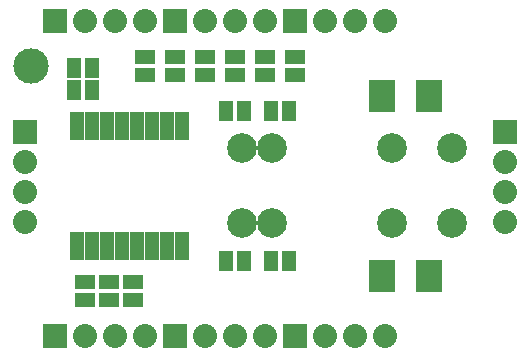
<source format=gts>
G04 #@! TF.FileFunction,Soldermask,Top*
%FSLAX46Y46*%
G04 Gerber Fmt 4.6, Leading zero omitted, Abs format (unit mm)*
G04 Created by KiCad (PCBNEW (2015-01-16 BZR 5376)-product) date 25/06/2015 00:13:43*
%MOMM*%
G01*
G04 APERTURE LIST*
%ADD10C,0.150000*%
%ADD11R,1.143000X2.413000*%
%ADD12R,1.143000X1.651000*%
%ADD13R,1.651000X1.143000*%
%ADD14R,2.032000X2.032000*%
%ADD15C,2.032000*%
%ADD16R,2.308860X2.707640*%
%ADD17C,2.506980*%
%ADD18C,3.000000*%
%ADD19R,1.258000X1.708000*%
G04 APERTURE END LIST*
D10*
D11*
X90805000Y-64770000D03*
X92075000Y-64770000D03*
X93345000Y-64770000D03*
X94615000Y-64770000D03*
X95885000Y-64770000D03*
X97155000Y-64770000D03*
X98425000Y-64770000D03*
X99695000Y-64770000D03*
X99695000Y-54610000D03*
X98425000Y-54610000D03*
X97155000Y-54610000D03*
X95885000Y-54610000D03*
X94615000Y-54610000D03*
X93345000Y-54610000D03*
X92075000Y-54610000D03*
X90805000Y-54610000D03*
D12*
X107188000Y-66040000D03*
X108712000Y-66040000D03*
X103378000Y-66040000D03*
X104902000Y-66040000D03*
X107188000Y-53340000D03*
X108712000Y-53340000D03*
X103378000Y-53340000D03*
X104902000Y-53340000D03*
D13*
X91440000Y-69342000D03*
X91440000Y-67818000D03*
X93472000Y-69342000D03*
X93472000Y-67818000D03*
X95504000Y-69342000D03*
X95504000Y-67818000D03*
X96520000Y-48768000D03*
X96520000Y-50292000D03*
X99060000Y-48768000D03*
X99060000Y-50292000D03*
X101600000Y-48768000D03*
X101600000Y-50292000D03*
X104140000Y-48768000D03*
X104140000Y-50292000D03*
X106680000Y-48768000D03*
X106680000Y-50292000D03*
X109220000Y-48768000D03*
X109220000Y-50292000D03*
D14*
X127000000Y-55118000D03*
D15*
X127000000Y-57658000D03*
X127000000Y-60198000D03*
X127000000Y-62738000D03*
D14*
X109220000Y-45720000D03*
D15*
X111760000Y-45720000D03*
X114300000Y-45720000D03*
X116840000Y-45720000D03*
D14*
X99060000Y-45720000D03*
D15*
X101600000Y-45720000D03*
X104140000Y-45720000D03*
X106680000Y-45720000D03*
D14*
X88900000Y-45720000D03*
D15*
X91440000Y-45720000D03*
X93980000Y-45720000D03*
X96520000Y-45720000D03*
D14*
X109220000Y-72390000D03*
D15*
X111760000Y-72390000D03*
X114300000Y-72390000D03*
X116840000Y-72390000D03*
D14*
X99060000Y-72390000D03*
D15*
X101600000Y-72390000D03*
X104140000Y-72390000D03*
X106680000Y-72390000D03*
D14*
X88900000Y-72390000D03*
D15*
X91440000Y-72390000D03*
X93980000Y-72390000D03*
X96520000Y-72390000D03*
D14*
X86360000Y-55118000D03*
D15*
X86360000Y-57658000D03*
X86360000Y-60198000D03*
X86360000Y-62738000D03*
D16*
X116611400Y-67310000D03*
X120624600Y-67310000D03*
X116611400Y-52070000D03*
X120624600Y-52070000D03*
D17*
X104775000Y-56515000D03*
X107315000Y-56515000D03*
X117475000Y-56515000D03*
X122555000Y-56515000D03*
X104775000Y-62865000D03*
X107315000Y-62865000D03*
X117475000Y-62865000D03*
X122555000Y-62865000D03*
D18*
X86868000Y-49530000D03*
D19*
X92075000Y-51623000D03*
X92075000Y-49723000D03*
X90551000Y-51623000D03*
X90551000Y-49723000D03*
M02*

</source>
